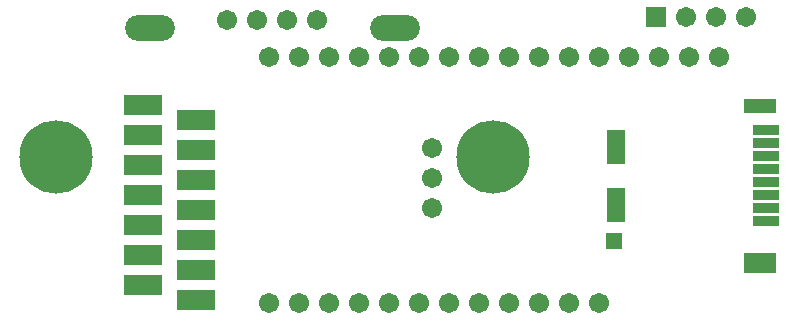
<source format=gbs>
G04*
G04 #@! TF.GenerationSoftware,Altium Limited,Altium Designer,18.1.9 (240)*
G04*
G04 Layer_Color=16711935*
%FSAX25Y25*%
%MOIN*%
G70*
G01*
G75*
%ADD25C,0.06706*%
%ADD26R,0.06706X0.06706*%
%ADD27C,0.06710*%
%ADD28C,0.06706*%
%ADD29O,0.16548X0.08674*%
%ADD30C,0.24422*%
%ADD47R,0.06312X0.11430*%
%ADD48R,0.05524X0.05524*%
%ADD49R,0.11036X0.06706*%
%ADD50R,0.11036X0.04737*%
%ADD51R,0.08674X0.03556*%
%ADD52R,0.12611X0.06706*%
D25*
X0621575Y0445472D02*
D03*
X0611575D02*
D03*
X0601575D02*
D03*
D26*
X0591575D02*
D03*
D27*
X0478504Y0444606D02*
D03*
X0468465Y0444567D02*
D03*
X0458465D02*
D03*
X0516850Y0391850D02*
D03*
Y0381850D02*
D03*
D28*
X0448465Y0444606D02*
D03*
X0462598Y0432244D02*
D03*
X0472598D02*
D03*
X0612598D02*
D03*
X0602598D02*
D03*
X0592598D02*
D03*
X0582598D02*
D03*
X0572598D02*
D03*
X0562598D02*
D03*
X0552598Y0432205D02*
D03*
X0482598Y0432244D02*
D03*
X0492598D02*
D03*
X0502598D02*
D03*
X0512598D02*
D03*
X0542598D02*
D03*
X0532598D02*
D03*
X0522598D02*
D03*
X0572598Y0350118D02*
D03*
X0562598D02*
D03*
X0552598D02*
D03*
X0542598D02*
D03*
X0532598D02*
D03*
X0522598D02*
D03*
X0512598D02*
D03*
X0502598D02*
D03*
X0492598D02*
D03*
X0482598D02*
D03*
X0472598D02*
D03*
X0462598D02*
D03*
X0516811Y0401850D02*
D03*
D29*
X0422835Y0441968D02*
D03*
X0504528D02*
D03*
D30*
X0391339Y0398898D02*
D03*
X0537008Y0398819D02*
D03*
D47*
X0578004Y0402232D02*
D03*
Y0382941D02*
D03*
D48*
X0577610Y0370933D02*
D03*
D49*
X0626035Y0363453D02*
D03*
D50*
Y0416012D02*
D03*
D51*
X0628004Y0407744D02*
D03*
Y0403413D02*
D03*
Y0399083D02*
D03*
Y0394752D02*
D03*
Y0390421D02*
D03*
Y0386091D02*
D03*
Y0381760D02*
D03*
Y0377429D02*
D03*
D52*
X0438189Y0411299D02*
D03*
Y0401299D02*
D03*
Y0391299D02*
D03*
Y0381299D02*
D03*
Y0371299D02*
D03*
Y0361299D02*
D03*
Y0351299D02*
D03*
X0420472Y0416299D02*
D03*
Y0406299D02*
D03*
Y0396299D02*
D03*
Y0386299D02*
D03*
Y0376299D02*
D03*
Y0366299D02*
D03*
Y0356299D02*
D03*
M02*

</source>
